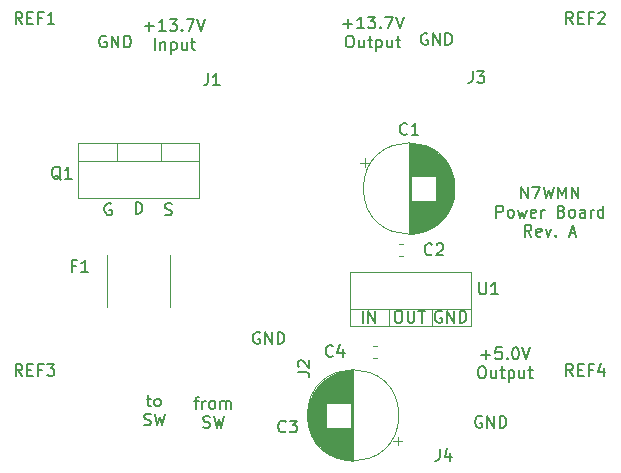
<source format=gbr>
%TF.GenerationSoftware,KiCad,Pcbnew,(6.0.10)*%
%TF.CreationDate,2023-01-14T17:08:10-08:00*%
%TF.ProjectId,power,706f7765-722e-46b6-9963-61645f706362,rev?*%
%TF.SameCoordinates,PX62fdcc0PY7270e00*%
%TF.FileFunction,Legend,Top*%
%TF.FilePolarity,Positive*%
%FSLAX46Y46*%
G04 Gerber Fmt 4.6, Leading zero omitted, Abs format (unit mm)*
G04 Created by KiCad (PCBNEW (6.0.10)) date 2023-01-14 17:08:10*
%MOMM*%
%LPD*%
G01*
G04 APERTURE LIST*
%ADD10C,0.150000*%
%ADD11C,0.120000*%
G04 APERTURE END LIST*
D10*
X32976190Y13047620D02*
X32976190Y14047620D01*
X33452380Y13047620D02*
X33452380Y14047620D01*
X34023809Y13047620D01*
X34023809Y14047620D01*
X35900000Y14047620D02*
X36090476Y14047620D01*
X36185714Y14000000D01*
X36280952Y13904762D01*
X36328571Y13714286D01*
X36328571Y13380953D01*
X36280952Y13190477D01*
X36185714Y13095239D01*
X36090476Y13047620D01*
X35900000Y13047620D01*
X35804761Y13095239D01*
X35709523Y13190477D01*
X35661904Y13380953D01*
X35661904Y13714286D01*
X35709523Y13904762D01*
X35804761Y14000000D01*
X35900000Y14047620D01*
X36757142Y14047620D02*
X36757142Y13238096D01*
X36804761Y13142858D01*
X36852380Y13095239D01*
X36947619Y13047620D01*
X37138095Y13047620D01*
X37233333Y13095239D01*
X37280952Y13142858D01*
X37328571Y13238096D01*
X37328571Y14047620D01*
X37661904Y14047620D02*
X38233333Y14047620D01*
X37947619Y13047620D02*
X37947619Y14047620D01*
X39638095Y14000000D02*
X39542857Y14047620D01*
X39400000Y14047620D01*
X39257142Y14000000D01*
X39161904Y13904762D01*
X39114285Y13809524D01*
X39066666Y13619048D01*
X39066666Y13476191D01*
X39114285Y13285715D01*
X39161904Y13190477D01*
X39257142Y13095239D01*
X39400000Y13047620D01*
X39495238Y13047620D01*
X39638095Y13095239D01*
X39685714Y13142858D01*
X39685714Y13476191D01*
X39495238Y13476191D01*
X40114285Y13047620D02*
X40114285Y14047620D01*
X40685714Y13047620D01*
X40685714Y14047620D01*
X41161904Y13047620D02*
X41161904Y14047620D01*
X41400000Y14047620D01*
X41542857Y14000000D01*
X41638095Y13904762D01*
X41685714Y13809524D01*
X41733333Y13619048D01*
X41733333Y13476191D01*
X41685714Y13285715D01*
X41638095Y13190477D01*
X41542857Y13095239D01*
X41400000Y13047620D01*
X41161904Y13047620D01*
X16214285Y22195239D02*
X16357142Y22147620D01*
X16595238Y22147620D01*
X16690476Y22195239D01*
X16738095Y22242858D01*
X16785714Y22338096D01*
X16785714Y22433334D01*
X16738095Y22528572D01*
X16690476Y22576191D01*
X16595238Y22623810D01*
X16404761Y22671429D01*
X16309523Y22719048D01*
X16261904Y22766667D01*
X16214285Y22861905D01*
X16214285Y22957143D01*
X16261904Y23052381D01*
X16309523Y23100000D01*
X16404761Y23147620D01*
X16642857Y23147620D01*
X16785714Y23100000D01*
X13738095Y22247620D02*
X13738095Y23247620D01*
X13976190Y23247620D01*
X14119047Y23200000D01*
X14214285Y23104762D01*
X14261904Y23009524D01*
X14309523Y22819048D01*
X14309523Y22676191D01*
X14261904Y22485715D01*
X14214285Y22390477D01*
X14119047Y22295239D01*
X13976190Y22247620D01*
X13738095Y22247620D01*
X11661904Y23100000D02*
X11566666Y23147620D01*
X11423809Y23147620D01*
X11280952Y23100000D01*
X11185714Y23004762D01*
X11138095Y22909524D01*
X11090476Y22719048D01*
X11090476Y22576191D01*
X11138095Y22385715D01*
X11185714Y22290477D01*
X11280952Y22195239D01*
X11423809Y22147620D01*
X11519047Y22147620D01*
X11661904Y22195239D01*
X11709523Y22242858D01*
X11709523Y22576191D01*
X11519047Y22576191D01*
X46371428Y23557620D02*
X46371428Y24557620D01*
X46942857Y23557620D01*
X46942857Y24557620D01*
X47323809Y24557620D02*
X47990476Y24557620D01*
X47561904Y23557620D01*
X48276190Y24557620D02*
X48514285Y23557620D01*
X48704761Y24271905D01*
X48895238Y23557620D01*
X49133333Y24557620D01*
X49514285Y23557620D02*
X49514285Y24557620D01*
X49847619Y23843334D01*
X50180952Y24557620D01*
X50180952Y23557620D01*
X50657142Y23557620D02*
X50657142Y24557620D01*
X51228571Y23557620D01*
X51228571Y24557620D01*
X44276190Y21947620D02*
X44276190Y22947620D01*
X44657142Y22947620D01*
X44752380Y22900000D01*
X44800000Y22852381D01*
X44847619Y22757143D01*
X44847619Y22614286D01*
X44800000Y22519048D01*
X44752380Y22471429D01*
X44657142Y22423810D01*
X44276190Y22423810D01*
X45419047Y21947620D02*
X45323809Y21995239D01*
X45276190Y22042858D01*
X45228571Y22138096D01*
X45228571Y22423810D01*
X45276190Y22519048D01*
X45323809Y22566667D01*
X45419047Y22614286D01*
X45561904Y22614286D01*
X45657142Y22566667D01*
X45704761Y22519048D01*
X45752380Y22423810D01*
X45752380Y22138096D01*
X45704761Y22042858D01*
X45657142Y21995239D01*
X45561904Y21947620D01*
X45419047Y21947620D01*
X46085714Y22614286D02*
X46276190Y21947620D01*
X46466666Y22423810D01*
X46657142Y21947620D01*
X46847619Y22614286D01*
X47609523Y21995239D02*
X47514285Y21947620D01*
X47323809Y21947620D01*
X47228571Y21995239D01*
X47180952Y22090477D01*
X47180952Y22471429D01*
X47228571Y22566667D01*
X47323809Y22614286D01*
X47514285Y22614286D01*
X47609523Y22566667D01*
X47657142Y22471429D01*
X47657142Y22376191D01*
X47180952Y22280953D01*
X48085714Y21947620D02*
X48085714Y22614286D01*
X48085714Y22423810D02*
X48133333Y22519048D01*
X48180952Y22566667D01*
X48276190Y22614286D01*
X48371428Y22614286D01*
X49800000Y22471429D02*
X49942857Y22423810D01*
X49990476Y22376191D01*
X50038095Y22280953D01*
X50038095Y22138096D01*
X49990476Y22042858D01*
X49942857Y21995239D01*
X49847619Y21947620D01*
X49466666Y21947620D01*
X49466666Y22947620D01*
X49800000Y22947620D01*
X49895238Y22900000D01*
X49942857Y22852381D01*
X49990476Y22757143D01*
X49990476Y22661905D01*
X49942857Y22566667D01*
X49895238Y22519048D01*
X49800000Y22471429D01*
X49466666Y22471429D01*
X50609523Y21947620D02*
X50514285Y21995239D01*
X50466666Y22042858D01*
X50419047Y22138096D01*
X50419047Y22423810D01*
X50466666Y22519048D01*
X50514285Y22566667D01*
X50609523Y22614286D01*
X50752380Y22614286D01*
X50847619Y22566667D01*
X50895238Y22519048D01*
X50942857Y22423810D01*
X50942857Y22138096D01*
X50895238Y22042858D01*
X50847619Y21995239D01*
X50752380Y21947620D01*
X50609523Y21947620D01*
X51800000Y21947620D02*
X51800000Y22471429D01*
X51752380Y22566667D01*
X51657142Y22614286D01*
X51466666Y22614286D01*
X51371428Y22566667D01*
X51800000Y21995239D02*
X51704761Y21947620D01*
X51466666Y21947620D01*
X51371428Y21995239D01*
X51323809Y22090477D01*
X51323809Y22185715D01*
X51371428Y22280953D01*
X51466666Y22328572D01*
X51704761Y22328572D01*
X51800000Y22376191D01*
X52276190Y21947620D02*
X52276190Y22614286D01*
X52276190Y22423810D02*
X52323809Y22519048D01*
X52371428Y22566667D01*
X52466666Y22614286D01*
X52561904Y22614286D01*
X53323809Y21947620D02*
X53323809Y22947620D01*
X53323809Y21995239D02*
X53228571Y21947620D01*
X53038095Y21947620D01*
X52942857Y21995239D01*
X52895238Y22042858D01*
X52847619Y22138096D01*
X52847619Y22423810D01*
X52895238Y22519048D01*
X52942857Y22566667D01*
X53038095Y22614286D01*
X53228571Y22614286D01*
X53323809Y22566667D01*
X47252380Y20337620D02*
X46919047Y20813810D01*
X46680952Y20337620D02*
X46680952Y21337620D01*
X47061904Y21337620D01*
X47157142Y21290000D01*
X47204761Y21242381D01*
X47252380Y21147143D01*
X47252380Y21004286D01*
X47204761Y20909048D01*
X47157142Y20861429D01*
X47061904Y20813810D01*
X46680952Y20813810D01*
X48061904Y20385239D02*
X47966666Y20337620D01*
X47776190Y20337620D01*
X47680952Y20385239D01*
X47633333Y20480477D01*
X47633333Y20861429D01*
X47680952Y20956667D01*
X47776190Y21004286D01*
X47966666Y21004286D01*
X48061904Y20956667D01*
X48109523Y20861429D01*
X48109523Y20766191D01*
X47633333Y20670953D01*
X48442857Y21004286D02*
X48680952Y20337620D01*
X48919047Y21004286D01*
X49300000Y20432858D02*
X49347619Y20385239D01*
X49300000Y20337620D01*
X49252380Y20385239D01*
X49300000Y20432858D01*
X49300000Y20337620D01*
X50490476Y20623334D02*
X50966666Y20623334D01*
X50395238Y20337620D02*
X50728571Y21337620D01*
X51061904Y20337620D01*
X18680952Y6419286D02*
X19061904Y6419286D01*
X18823809Y5752620D02*
X18823809Y6609762D01*
X18871428Y6705000D01*
X18966666Y6752620D01*
X19061904Y6752620D01*
X19395238Y5752620D02*
X19395238Y6419286D01*
X19395238Y6228810D02*
X19442857Y6324048D01*
X19490476Y6371667D01*
X19585714Y6419286D01*
X19680952Y6419286D01*
X20157142Y5752620D02*
X20061904Y5800239D01*
X20014285Y5847858D01*
X19966666Y5943096D01*
X19966666Y6228810D01*
X20014285Y6324048D01*
X20061904Y6371667D01*
X20157142Y6419286D01*
X20300000Y6419286D01*
X20395238Y6371667D01*
X20442857Y6324048D01*
X20490476Y6228810D01*
X20490476Y5943096D01*
X20442857Y5847858D01*
X20395238Y5800239D01*
X20300000Y5752620D01*
X20157142Y5752620D01*
X20919047Y5752620D02*
X20919047Y6419286D01*
X20919047Y6324048D02*
X20966666Y6371667D01*
X21061904Y6419286D01*
X21204761Y6419286D01*
X21300000Y6371667D01*
X21347619Y6276429D01*
X21347619Y5752620D01*
X21347619Y6276429D02*
X21395238Y6371667D01*
X21490476Y6419286D01*
X21633333Y6419286D01*
X21728571Y6371667D01*
X21776190Y6276429D01*
X21776190Y5752620D01*
X19442857Y4190239D02*
X19585714Y4142620D01*
X19823809Y4142620D01*
X19919047Y4190239D01*
X19966666Y4237858D01*
X20014285Y4333096D01*
X20014285Y4428334D01*
X19966666Y4523572D01*
X19919047Y4571191D01*
X19823809Y4618810D01*
X19633333Y4666429D01*
X19538095Y4714048D01*
X19490476Y4761667D01*
X19442857Y4856905D01*
X19442857Y4952143D01*
X19490476Y5047381D01*
X19538095Y5095000D01*
X19633333Y5142620D01*
X19871428Y5142620D01*
X20014285Y5095000D01*
X20347619Y5142620D02*
X20585714Y4142620D01*
X20776190Y4856905D01*
X20966666Y4142620D01*
X21204761Y5142620D01*
X14657142Y6619286D02*
X15038095Y6619286D01*
X14800000Y6952620D02*
X14800000Y6095477D01*
X14847619Y6000239D01*
X14942857Y5952620D01*
X15038095Y5952620D01*
X15514285Y5952620D02*
X15419047Y6000239D01*
X15371428Y6047858D01*
X15323809Y6143096D01*
X15323809Y6428810D01*
X15371428Y6524048D01*
X15419047Y6571667D01*
X15514285Y6619286D01*
X15657142Y6619286D01*
X15752380Y6571667D01*
X15800000Y6524048D01*
X15847619Y6428810D01*
X15847619Y6143096D01*
X15800000Y6047858D01*
X15752380Y6000239D01*
X15657142Y5952620D01*
X15514285Y5952620D01*
X14442857Y4390239D02*
X14585714Y4342620D01*
X14823809Y4342620D01*
X14919047Y4390239D01*
X14966666Y4437858D01*
X15014285Y4533096D01*
X15014285Y4628334D01*
X14966666Y4723572D01*
X14919047Y4771191D01*
X14823809Y4818810D01*
X14633333Y4866429D01*
X14538095Y4914048D01*
X14490476Y4961667D01*
X14442857Y5056905D01*
X14442857Y5152143D01*
X14490476Y5247381D01*
X14538095Y5295000D01*
X14633333Y5342620D01*
X14871428Y5342620D01*
X15014285Y5295000D01*
X15347619Y5342620D02*
X15585714Y4342620D01*
X15776190Y5056905D01*
X15966666Y4342620D01*
X16204761Y5342620D01*
X24238095Y12200000D02*
X24142857Y12247620D01*
X24000000Y12247620D01*
X23857142Y12200000D01*
X23761904Y12104762D01*
X23714285Y12009524D01*
X23666666Y11819048D01*
X23666666Y11676191D01*
X23714285Y11485715D01*
X23761904Y11390477D01*
X23857142Y11295239D01*
X24000000Y11247620D01*
X24095238Y11247620D01*
X24238095Y11295239D01*
X24285714Y11342858D01*
X24285714Y11676191D01*
X24095238Y11676191D01*
X24714285Y11247620D02*
X24714285Y12247620D01*
X25285714Y11247620D01*
X25285714Y12247620D01*
X25761904Y11247620D02*
X25761904Y12247620D01*
X26000000Y12247620D01*
X26142857Y12200000D01*
X26238095Y12104762D01*
X26285714Y12009524D01*
X26333333Y11819048D01*
X26333333Y11676191D01*
X26285714Y11485715D01*
X26238095Y11390477D01*
X26142857Y11295239D01*
X26000000Y11247620D01*
X25761904Y11247620D01*
X43000000Y10333572D02*
X43761904Y10333572D01*
X43380952Y9952620D02*
X43380952Y10714524D01*
X44714285Y10952620D02*
X44238095Y10952620D01*
X44190476Y10476429D01*
X44238095Y10524048D01*
X44333333Y10571667D01*
X44571428Y10571667D01*
X44666666Y10524048D01*
X44714285Y10476429D01*
X44761904Y10381191D01*
X44761904Y10143096D01*
X44714285Y10047858D01*
X44666666Y10000239D01*
X44571428Y9952620D01*
X44333333Y9952620D01*
X44238095Y10000239D01*
X44190476Y10047858D01*
X45190476Y10047858D02*
X45238095Y10000239D01*
X45190476Y9952620D01*
X45142857Y10000239D01*
X45190476Y10047858D01*
X45190476Y9952620D01*
X45857142Y10952620D02*
X45952380Y10952620D01*
X46047619Y10905000D01*
X46095238Y10857381D01*
X46142857Y10762143D01*
X46190476Y10571667D01*
X46190476Y10333572D01*
X46142857Y10143096D01*
X46095238Y10047858D01*
X46047619Y10000239D01*
X45952380Y9952620D01*
X45857142Y9952620D01*
X45761904Y10000239D01*
X45714285Y10047858D01*
X45666666Y10143096D01*
X45619047Y10333572D01*
X45619047Y10571667D01*
X45666666Y10762143D01*
X45714285Y10857381D01*
X45761904Y10905000D01*
X45857142Y10952620D01*
X46476190Y10952620D02*
X46809523Y9952620D01*
X47142857Y10952620D01*
X42976190Y9342620D02*
X43166666Y9342620D01*
X43261904Y9295000D01*
X43357142Y9199762D01*
X43404761Y9009286D01*
X43404761Y8675953D01*
X43357142Y8485477D01*
X43261904Y8390239D01*
X43166666Y8342620D01*
X42976190Y8342620D01*
X42880952Y8390239D01*
X42785714Y8485477D01*
X42738095Y8675953D01*
X42738095Y9009286D01*
X42785714Y9199762D01*
X42880952Y9295000D01*
X42976190Y9342620D01*
X44261904Y9009286D02*
X44261904Y8342620D01*
X43833333Y9009286D02*
X43833333Y8485477D01*
X43880952Y8390239D01*
X43976190Y8342620D01*
X44119047Y8342620D01*
X44214285Y8390239D01*
X44261904Y8437858D01*
X44595238Y9009286D02*
X44976190Y9009286D01*
X44738095Y9342620D02*
X44738095Y8485477D01*
X44785714Y8390239D01*
X44880952Y8342620D01*
X44976190Y8342620D01*
X45309523Y9009286D02*
X45309523Y8009286D01*
X45309523Y8961667D02*
X45404761Y9009286D01*
X45595238Y9009286D01*
X45690476Y8961667D01*
X45738095Y8914048D01*
X45785714Y8818810D01*
X45785714Y8533096D01*
X45738095Y8437858D01*
X45690476Y8390239D01*
X45595238Y8342620D01*
X45404761Y8342620D01*
X45309523Y8390239D01*
X46642857Y9009286D02*
X46642857Y8342620D01*
X46214285Y9009286D02*
X46214285Y8485477D01*
X46261904Y8390239D01*
X46357142Y8342620D01*
X46500000Y8342620D01*
X46595238Y8390239D01*
X46642857Y8437858D01*
X46976190Y9009286D02*
X47357142Y9009286D01*
X47119047Y9342620D02*
X47119047Y8485477D01*
X47166666Y8390239D01*
X47261904Y8342620D01*
X47357142Y8342620D01*
X43038095Y5100000D02*
X42942857Y5147620D01*
X42800000Y5147620D01*
X42657142Y5100000D01*
X42561904Y5004762D01*
X42514285Y4909524D01*
X42466666Y4719048D01*
X42466666Y4576191D01*
X42514285Y4385715D01*
X42561904Y4290477D01*
X42657142Y4195239D01*
X42800000Y4147620D01*
X42895238Y4147620D01*
X43038095Y4195239D01*
X43085714Y4242858D01*
X43085714Y4576191D01*
X42895238Y4576191D01*
X43514285Y4147620D02*
X43514285Y5147620D01*
X44085714Y4147620D01*
X44085714Y5147620D01*
X44561904Y4147620D02*
X44561904Y5147620D01*
X44800000Y5147620D01*
X44942857Y5100000D01*
X45038095Y5004762D01*
X45085714Y4909524D01*
X45133333Y4719048D01*
X45133333Y4576191D01*
X45085714Y4385715D01*
X45038095Y4290477D01*
X44942857Y4195239D01*
X44800000Y4147620D01*
X44561904Y4147620D01*
X31323809Y38333572D02*
X32085714Y38333572D01*
X31704761Y37952620D02*
X31704761Y38714524D01*
X33085714Y37952620D02*
X32514285Y37952620D01*
X32800000Y37952620D02*
X32800000Y38952620D01*
X32704761Y38809762D01*
X32609523Y38714524D01*
X32514285Y38666905D01*
X33419047Y38952620D02*
X34038095Y38952620D01*
X33704761Y38571667D01*
X33847619Y38571667D01*
X33942857Y38524048D01*
X33990476Y38476429D01*
X34038095Y38381191D01*
X34038095Y38143096D01*
X33990476Y38047858D01*
X33942857Y38000239D01*
X33847619Y37952620D01*
X33561904Y37952620D01*
X33466666Y38000239D01*
X33419047Y38047858D01*
X34466666Y38047858D02*
X34514285Y38000239D01*
X34466666Y37952620D01*
X34419047Y38000239D01*
X34466666Y38047858D01*
X34466666Y37952620D01*
X34847619Y38952620D02*
X35514285Y38952620D01*
X35085714Y37952620D01*
X35752380Y38952620D02*
X36085714Y37952620D01*
X36419047Y38952620D01*
X31776190Y37342620D02*
X31966666Y37342620D01*
X32061904Y37295000D01*
X32157142Y37199762D01*
X32204761Y37009286D01*
X32204761Y36675953D01*
X32157142Y36485477D01*
X32061904Y36390239D01*
X31966666Y36342620D01*
X31776190Y36342620D01*
X31680952Y36390239D01*
X31585714Y36485477D01*
X31538095Y36675953D01*
X31538095Y37009286D01*
X31585714Y37199762D01*
X31680952Y37295000D01*
X31776190Y37342620D01*
X33061904Y37009286D02*
X33061904Y36342620D01*
X32633333Y37009286D02*
X32633333Y36485477D01*
X32680952Y36390239D01*
X32776190Y36342620D01*
X32919047Y36342620D01*
X33014285Y36390239D01*
X33061904Y36437858D01*
X33395238Y37009286D02*
X33776190Y37009286D01*
X33538095Y37342620D02*
X33538095Y36485477D01*
X33585714Y36390239D01*
X33680952Y36342620D01*
X33776190Y36342620D01*
X34109523Y37009286D02*
X34109523Y36009286D01*
X34109523Y36961667D02*
X34204761Y37009286D01*
X34395238Y37009286D01*
X34490476Y36961667D01*
X34538095Y36914048D01*
X34585714Y36818810D01*
X34585714Y36533096D01*
X34538095Y36437858D01*
X34490476Y36390239D01*
X34395238Y36342620D01*
X34204761Y36342620D01*
X34109523Y36390239D01*
X35442857Y37009286D02*
X35442857Y36342620D01*
X35014285Y37009286D02*
X35014285Y36485477D01*
X35061904Y36390239D01*
X35157142Y36342620D01*
X35300000Y36342620D01*
X35395238Y36390239D01*
X35442857Y36437858D01*
X35776190Y37009286D02*
X36157142Y37009286D01*
X35919047Y37342620D02*
X35919047Y36485477D01*
X35966666Y36390239D01*
X36061904Y36342620D01*
X36157142Y36342620D01*
X38438095Y37500000D02*
X38342857Y37547620D01*
X38200000Y37547620D01*
X38057142Y37500000D01*
X37961904Y37404762D01*
X37914285Y37309524D01*
X37866666Y37119048D01*
X37866666Y36976191D01*
X37914285Y36785715D01*
X37961904Y36690477D01*
X38057142Y36595239D01*
X38200000Y36547620D01*
X38295238Y36547620D01*
X38438095Y36595239D01*
X38485714Y36642858D01*
X38485714Y36976191D01*
X38295238Y36976191D01*
X38914285Y36547620D02*
X38914285Y37547620D01*
X39485714Y36547620D01*
X39485714Y37547620D01*
X39961904Y36547620D02*
X39961904Y37547620D01*
X40200000Y37547620D01*
X40342857Y37500000D01*
X40438095Y37404762D01*
X40485714Y37309524D01*
X40533333Y37119048D01*
X40533333Y36976191D01*
X40485714Y36785715D01*
X40438095Y36690477D01*
X40342857Y36595239D01*
X40200000Y36547620D01*
X39961904Y36547620D01*
X11238095Y37300000D02*
X11142857Y37347620D01*
X11000000Y37347620D01*
X10857142Y37300000D01*
X10761904Y37204762D01*
X10714285Y37109524D01*
X10666666Y36919048D01*
X10666666Y36776191D01*
X10714285Y36585715D01*
X10761904Y36490477D01*
X10857142Y36395239D01*
X11000000Y36347620D01*
X11095238Y36347620D01*
X11238095Y36395239D01*
X11285714Y36442858D01*
X11285714Y36776191D01*
X11095238Y36776191D01*
X11714285Y36347620D02*
X11714285Y37347620D01*
X12285714Y36347620D01*
X12285714Y37347620D01*
X12761904Y36347620D02*
X12761904Y37347620D01*
X13000000Y37347620D01*
X13142857Y37300000D01*
X13238095Y37204762D01*
X13285714Y37109524D01*
X13333333Y36919048D01*
X13333333Y36776191D01*
X13285714Y36585715D01*
X13238095Y36490477D01*
X13142857Y36395239D01*
X13000000Y36347620D01*
X12761904Y36347620D01*
X14523809Y38133572D02*
X15285714Y38133572D01*
X14904761Y37752620D02*
X14904761Y38514524D01*
X16285714Y37752620D02*
X15714285Y37752620D01*
X16000000Y37752620D02*
X16000000Y38752620D01*
X15904761Y38609762D01*
X15809523Y38514524D01*
X15714285Y38466905D01*
X16619047Y38752620D02*
X17238095Y38752620D01*
X16904761Y38371667D01*
X17047619Y38371667D01*
X17142857Y38324048D01*
X17190476Y38276429D01*
X17238095Y38181191D01*
X17238095Y37943096D01*
X17190476Y37847858D01*
X17142857Y37800239D01*
X17047619Y37752620D01*
X16761904Y37752620D01*
X16666666Y37800239D01*
X16619047Y37847858D01*
X17666666Y37847858D02*
X17714285Y37800239D01*
X17666666Y37752620D01*
X17619047Y37800239D01*
X17666666Y37847858D01*
X17666666Y37752620D01*
X18047619Y38752620D02*
X18714285Y38752620D01*
X18285714Y37752620D01*
X18952380Y38752620D02*
X19285714Y37752620D01*
X19619047Y38752620D01*
X15357142Y36142620D02*
X15357142Y37142620D01*
X15833333Y36809286D02*
X15833333Y36142620D01*
X15833333Y36714048D02*
X15880952Y36761667D01*
X15976190Y36809286D01*
X16119047Y36809286D01*
X16214285Y36761667D01*
X16261904Y36666429D01*
X16261904Y36142620D01*
X16738095Y36809286D02*
X16738095Y35809286D01*
X16738095Y36761667D02*
X16833333Y36809286D01*
X17023809Y36809286D01*
X17119047Y36761667D01*
X17166666Y36714048D01*
X17214285Y36618810D01*
X17214285Y36333096D01*
X17166666Y36237858D01*
X17119047Y36190239D01*
X17023809Y36142620D01*
X16833333Y36142620D01*
X16738095Y36190239D01*
X18071428Y36809286D02*
X18071428Y36142620D01*
X17642857Y36809286D02*
X17642857Y36285477D01*
X17690476Y36190239D01*
X17785714Y36142620D01*
X17928571Y36142620D01*
X18023809Y36190239D01*
X18071428Y36237858D01*
X18404761Y36809286D02*
X18785714Y36809286D01*
X18547619Y37142620D02*
X18547619Y36285477D01*
X18595238Y36190239D01*
X18690476Y36142620D01*
X18785714Y36142620D01*
%TO.C,REF2*%
X50752380Y38347620D02*
X50419047Y38823810D01*
X50180952Y38347620D02*
X50180952Y39347620D01*
X50561904Y39347620D01*
X50657142Y39300000D01*
X50704761Y39252381D01*
X50752380Y39157143D01*
X50752380Y39014286D01*
X50704761Y38919048D01*
X50657142Y38871429D01*
X50561904Y38823810D01*
X50180952Y38823810D01*
X51180952Y38871429D02*
X51514285Y38871429D01*
X51657142Y38347620D02*
X51180952Y38347620D01*
X51180952Y39347620D01*
X51657142Y39347620D01*
X52419047Y38871429D02*
X52085714Y38871429D01*
X52085714Y38347620D02*
X52085714Y39347620D01*
X52561904Y39347620D01*
X52895238Y39252381D02*
X52942857Y39300000D01*
X53038095Y39347620D01*
X53276190Y39347620D01*
X53371428Y39300000D01*
X53419047Y39252381D01*
X53466666Y39157143D01*
X53466666Y39061905D01*
X53419047Y38919048D01*
X52847619Y38347620D01*
X53466666Y38347620D01*
%TO.C,REF4*%
X50752380Y8547620D02*
X50419047Y9023810D01*
X50180952Y8547620D02*
X50180952Y9547620D01*
X50561904Y9547620D01*
X50657142Y9500000D01*
X50704761Y9452381D01*
X50752380Y9357143D01*
X50752380Y9214286D01*
X50704761Y9119048D01*
X50657142Y9071429D01*
X50561904Y9023810D01*
X50180952Y9023810D01*
X51180952Y9071429D02*
X51514285Y9071429D01*
X51657142Y8547620D02*
X51180952Y8547620D01*
X51180952Y9547620D01*
X51657142Y9547620D01*
X52419047Y9071429D02*
X52085714Y9071429D01*
X52085714Y8547620D02*
X52085714Y9547620D01*
X52561904Y9547620D01*
X53371428Y9214286D02*
X53371428Y8547620D01*
X53133333Y9595239D02*
X52895238Y8880953D01*
X53514285Y8880953D01*
%TO.C,REF3*%
X4152380Y8547620D02*
X3819047Y9023810D01*
X3580952Y8547620D02*
X3580952Y9547620D01*
X3961904Y9547620D01*
X4057142Y9500000D01*
X4104761Y9452381D01*
X4152380Y9357143D01*
X4152380Y9214286D01*
X4104761Y9119048D01*
X4057142Y9071429D01*
X3961904Y9023810D01*
X3580952Y9023810D01*
X4580952Y9071429D02*
X4914285Y9071429D01*
X5057142Y8547620D02*
X4580952Y8547620D01*
X4580952Y9547620D01*
X5057142Y9547620D01*
X5819047Y9071429D02*
X5485714Y9071429D01*
X5485714Y8547620D02*
X5485714Y9547620D01*
X5961904Y9547620D01*
X6247619Y9547620D02*
X6866666Y9547620D01*
X6533333Y9166667D01*
X6676190Y9166667D01*
X6771428Y9119048D01*
X6819047Y9071429D01*
X6866666Y8976191D01*
X6866666Y8738096D01*
X6819047Y8642858D01*
X6771428Y8595239D01*
X6676190Y8547620D01*
X6390476Y8547620D01*
X6295238Y8595239D01*
X6247619Y8642858D01*
%TO.C,REF1*%
X4152380Y38347620D02*
X3819047Y38823810D01*
X3580952Y38347620D02*
X3580952Y39347620D01*
X3961904Y39347620D01*
X4057142Y39300000D01*
X4104761Y39252381D01*
X4152380Y39157143D01*
X4152380Y39014286D01*
X4104761Y38919048D01*
X4057142Y38871429D01*
X3961904Y38823810D01*
X3580952Y38823810D01*
X4580952Y38871429D02*
X4914285Y38871429D01*
X5057142Y38347620D02*
X4580952Y38347620D01*
X4580952Y39347620D01*
X5057142Y39347620D01*
X5819047Y38871429D02*
X5485714Y38871429D01*
X5485714Y38347620D02*
X5485714Y39347620D01*
X5961904Y39347620D01*
X6866666Y38347620D02*
X6295238Y38347620D01*
X6580952Y38347620D02*
X6580952Y39347620D01*
X6485714Y39204762D01*
X6390476Y39109524D01*
X6295238Y39061905D01*
%TO.C,J4*%
X39466666Y2347620D02*
X39466666Y1633334D01*
X39419047Y1490477D01*
X39323809Y1395239D01*
X39180952Y1347620D01*
X39085714Y1347620D01*
X40371428Y2014286D02*
X40371428Y1347620D01*
X40133333Y2395239D02*
X39895238Y1680953D01*
X40514285Y1680953D01*
%TO.C,J3*%
X42266666Y34347620D02*
X42266666Y33633334D01*
X42219047Y33490477D01*
X42123809Y33395239D01*
X41980952Y33347620D01*
X41885714Y33347620D01*
X42647619Y34347620D02*
X43266666Y34347620D01*
X42933333Y33966667D01*
X43076190Y33966667D01*
X43171428Y33919048D01*
X43219047Y33871429D01*
X43266666Y33776191D01*
X43266666Y33538096D01*
X43219047Y33442858D01*
X43171428Y33395239D01*
X43076190Y33347620D01*
X42790476Y33347620D01*
X42695238Y33395239D01*
X42647619Y33442858D01*
%TO.C,J2*%
X27452380Y8866667D02*
X28166666Y8866667D01*
X28309523Y8819048D01*
X28404761Y8723810D01*
X28452380Y8580953D01*
X28452380Y8485715D01*
X27547619Y9295239D02*
X27500000Y9342858D01*
X27452380Y9438096D01*
X27452380Y9676191D01*
X27500000Y9771429D01*
X27547619Y9819048D01*
X27642857Y9866667D01*
X27738095Y9866667D01*
X27880952Y9819048D01*
X28452380Y9247620D01*
X28452380Y9866667D01*
%TO.C,J1*%
X19866666Y34147620D02*
X19866666Y33433334D01*
X19819047Y33290477D01*
X19723809Y33195239D01*
X19580952Y33147620D01*
X19485714Y33147620D01*
X20866666Y33147620D02*
X20295238Y33147620D01*
X20580952Y33147620D02*
X20580952Y34147620D01*
X20485714Y34004762D01*
X20390476Y33909524D01*
X20295238Y33861905D01*
%TO.C,C4*%
X30433333Y10242858D02*
X30385714Y10195239D01*
X30242857Y10147620D01*
X30147619Y10147620D01*
X30004761Y10195239D01*
X29909523Y10290477D01*
X29861904Y10385715D01*
X29814285Y10576191D01*
X29814285Y10719048D01*
X29861904Y10909524D01*
X29909523Y11004762D01*
X30004761Y11100000D01*
X30147619Y11147620D01*
X30242857Y11147620D01*
X30385714Y11100000D01*
X30433333Y11052381D01*
X31290476Y10814286D02*
X31290476Y10147620D01*
X31052380Y11195239D02*
X30814285Y10480953D01*
X31433333Y10480953D01*
%TO.C,C3*%
X26433333Y3842858D02*
X26385714Y3795239D01*
X26242857Y3747620D01*
X26147619Y3747620D01*
X26004761Y3795239D01*
X25909523Y3890477D01*
X25861904Y3985715D01*
X25814285Y4176191D01*
X25814285Y4319048D01*
X25861904Y4509524D01*
X25909523Y4604762D01*
X26004761Y4700000D01*
X26147619Y4747620D01*
X26242857Y4747620D01*
X26385714Y4700000D01*
X26433333Y4652381D01*
X26766666Y4747620D02*
X27385714Y4747620D01*
X27052380Y4366667D01*
X27195238Y4366667D01*
X27290476Y4319048D01*
X27338095Y4271429D01*
X27385714Y4176191D01*
X27385714Y3938096D01*
X27338095Y3842858D01*
X27290476Y3795239D01*
X27195238Y3747620D01*
X26909523Y3747620D01*
X26814285Y3795239D01*
X26766666Y3842858D01*
%TO.C,Q1*%
X7404761Y25152381D02*
X7309523Y25200000D01*
X7214285Y25295239D01*
X7071428Y25438096D01*
X6976190Y25485715D01*
X6880952Y25485715D01*
X6928571Y25247620D02*
X6833333Y25295239D01*
X6738095Y25390477D01*
X6690476Y25580953D01*
X6690476Y25914286D01*
X6738095Y26104762D01*
X6833333Y26200000D01*
X6928571Y26247620D01*
X7119047Y26247620D01*
X7214285Y26200000D01*
X7309523Y26104762D01*
X7357142Y25914286D01*
X7357142Y25580953D01*
X7309523Y25390477D01*
X7214285Y25295239D01*
X7119047Y25247620D01*
X6928571Y25247620D01*
X8309523Y25247620D02*
X7738095Y25247620D01*
X8023809Y25247620D02*
X8023809Y26247620D01*
X7928571Y26104762D01*
X7833333Y26009524D01*
X7738095Y25961905D01*
%TO.C,U1*%
X42838095Y16447620D02*
X42838095Y15638096D01*
X42885714Y15542858D01*
X42933333Y15495239D01*
X43028571Y15447620D01*
X43219047Y15447620D01*
X43314285Y15495239D01*
X43361904Y15542858D01*
X43409523Y15638096D01*
X43409523Y16447620D01*
X44409523Y15447620D02*
X43838095Y15447620D01*
X44123809Y15447620D02*
X44123809Y16447620D01*
X44028571Y16304762D01*
X43933333Y16209524D01*
X43838095Y16161905D01*
%TO.C,C1*%
X36721939Y29042858D02*
X36674320Y28995239D01*
X36531463Y28947620D01*
X36436225Y28947620D01*
X36293367Y28995239D01*
X36198129Y29090477D01*
X36150510Y29185715D01*
X36102891Y29376191D01*
X36102891Y29519048D01*
X36150510Y29709524D01*
X36198129Y29804762D01*
X36293367Y29900000D01*
X36436225Y29947620D01*
X36531463Y29947620D01*
X36674320Y29900000D01*
X36721939Y29852381D01*
X37674320Y28947620D02*
X37102891Y28947620D01*
X37388606Y28947620D02*
X37388606Y29947620D01*
X37293367Y29804762D01*
X37198129Y29709524D01*
X37102891Y29661905D01*
%TO.C,C2*%
X38833333Y18842858D02*
X38785714Y18795239D01*
X38642857Y18747620D01*
X38547619Y18747620D01*
X38404761Y18795239D01*
X38309523Y18890477D01*
X38261904Y18985715D01*
X38214285Y19176191D01*
X38214285Y19319048D01*
X38261904Y19509524D01*
X38309523Y19604762D01*
X38404761Y19700000D01*
X38547619Y19747620D01*
X38642857Y19747620D01*
X38785714Y19700000D01*
X38833333Y19652381D01*
X39214285Y19652381D02*
X39261904Y19700000D01*
X39357142Y19747620D01*
X39595238Y19747620D01*
X39690476Y19700000D01*
X39738095Y19652381D01*
X39785714Y19557143D01*
X39785714Y19461905D01*
X39738095Y19319048D01*
X39166666Y18747620D01*
X39785714Y18747620D01*
%TO.C,F1*%
X8666666Y17871429D02*
X8333333Y17871429D01*
X8333333Y17347620D02*
X8333333Y18347620D01*
X8809523Y18347620D01*
X9714285Y17347620D02*
X9142857Y17347620D01*
X9428571Y17347620D02*
X9428571Y18347620D01*
X9333333Y18204762D01*
X9238095Y18109524D01*
X9142857Y18061905D01*
D11*
%TO.C,C4*%
X34146267Y11110000D02*
X33853733Y11110000D01*
X34146267Y10090000D02*
X33853733Y10090000D01*
%TO.C,C3*%
X36020000Y5200000D02*
G75*
G03*
X36020000Y5200000I-3870000J0D01*
G01*
X31309000Y1462000D02*
X31309000Y4160000D01*
X31029000Y1535000D02*
X31029000Y4160000D01*
X30549000Y6240000D02*
X30549000Y8684000D01*
X30509000Y6240000D02*
X30509000Y8666000D01*
X30509000Y1734000D02*
X30509000Y4160000D01*
X29589000Y2337000D02*
X29589000Y8063000D01*
X31990000Y1373000D02*
X31990000Y9027000D01*
X28629000Y3631000D02*
X28629000Y6769000D01*
X31269000Y1471000D02*
X31269000Y4160000D01*
X30589000Y6240000D02*
X30589000Y8702000D01*
X31470000Y6240000D02*
X31470000Y8970000D01*
X30349000Y6240000D02*
X30349000Y8586000D01*
X31590000Y6240000D02*
X31590000Y8990000D01*
X30829000Y1602000D02*
X30829000Y4160000D01*
X30269000Y1857000D02*
X30269000Y4160000D01*
X30949000Y1560000D02*
X30949000Y4160000D01*
X29549000Y2373000D02*
X29549000Y8027000D01*
X30309000Y1835000D02*
X30309000Y4160000D01*
X28389000Y4323000D02*
X28389000Y6077000D01*
X31229000Y6240000D02*
X31229000Y8920000D01*
X30189000Y6240000D02*
X30189000Y8497000D01*
X31309000Y6240000D02*
X31309000Y8938000D01*
X31470000Y1430000D02*
X31470000Y4160000D01*
X31670000Y6240000D02*
X31670000Y9001000D01*
X30949000Y6240000D02*
X30949000Y8840000D01*
X28749000Y3391000D02*
X28749000Y7009000D01*
X35917211Y2650000D02*
X35917211Y3400000D01*
X31510000Y1423000D02*
X31510000Y4160000D01*
X29349000Y2568000D02*
X29349000Y7832000D01*
X29869000Y2112000D02*
X29869000Y4160000D01*
X30669000Y6240000D02*
X30669000Y8736000D01*
X30749000Y6240000D02*
X30749000Y8768000D01*
X31910000Y6240000D02*
X31910000Y9023000D01*
X31189000Y6240000D02*
X31189000Y8910000D01*
X31590000Y1410000D02*
X31590000Y4160000D01*
X30629000Y1680000D02*
X30629000Y4160000D01*
X28789000Y3319000D02*
X28789000Y7081000D01*
X31510000Y6240000D02*
X31510000Y8977000D01*
X30349000Y1814000D02*
X30349000Y4160000D01*
X29989000Y6240000D02*
X29989000Y8372000D01*
X28989000Y3005000D02*
X28989000Y7395000D01*
X30149000Y1926000D02*
X30149000Y4160000D01*
X30909000Y6240000D02*
X30909000Y8826000D01*
X30389000Y1793000D02*
X30389000Y4160000D01*
X31069000Y6240000D02*
X31069000Y8877000D01*
X30789000Y1616000D02*
X30789000Y4160000D01*
X30469000Y1753000D02*
X30469000Y4160000D01*
X31870000Y6240000D02*
X31870000Y9020000D01*
X29469000Y2448000D02*
X29469000Y7952000D01*
X29309000Y2611000D02*
X29309000Y7789000D01*
X31790000Y6240000D02*
X31790000Y9014000D01*
X29949000Y6240000D02*
X29949000Y8344000D01*
X31349000Y6240000D02*
X31349000Y8947000D01*
X31269000Y6240000D02*
X31269000Y8929000D01*
X31429000Y1437000D02*
X31429000Y4160000D01*
X28829000Y3251000D02*
X28829000Y7149000D01*
X31109000Y6240000D02*
X31109000Y8888000D01*
X31670000Y1399000D02*
X31670000Y4160000D01*
X30309000Y6240000D02*
X30309000Y8565000D01*
X28669000Y3546000D02*
X28669000Y6854000D01*
X28949000Y3063000D02*
X28949000Y7337000D01*
X30389000Y6240000D02*
X30389000Y8607000D01*
X30709000Y6240000D02*
X30709000Y8753000D01*
X29149000Y2795000D02*
X29149000Y7605000D01*
X30149000Y6240000D02*
X30149000Y8474000D01*
X29909000Y2084000D02*
X29909000Y4160000D01*
X31189000Y1490000D02*
X31189000Y4160000D01*
X29269000Y2654000D02*
X29269000Y7746000D01*
X30429000Y6240000D02*
X30429000Y8627000D01*
X31950000Y1375000D02*
X31950000Y9025000D01*
X31830000Y6240000D02*
X31830000Y9017000D01*
X31710000Y1395000D02*
X31710000Y4160000D01*
X30029000Y6240000D02*
X30029000Y8398000D01*
X29669000Y2269000D02*
X29669000Y8131000D01*
X28709000Y3467000D02*
X28709000Y6933000D01*
X30909000Y1574000D02*
X30909000Y4160000D01*
X30829000Y6240000D02*
X30829000Y8798000D01*
X30229000Y1879000D02*
X30229000Y4160000D01*
X28469000Y4042000D02*
X28469000Y6358000D01*
X30029000Y2002000D02*
X30029000Y4160000D01*
X29989000Y2028000D02*
X29989000Y4160000D01*
X29029000Y2950000D02*
X29029000Y7450000D01*
X29109000Y2845000D02*
X29109000Y7555000D01*
X29909000Y6240000D02*
X29909000Y8316000D01*
X31229000Y1480000D02*
X31229000Y4160000D01*
X29709000Y2236000D02*
X29709000Y8164000D01*
X31069000Y1523000D02*
X31069000Y4160000D01*
X29789000Y2172000D02*
X29789000Y8228000D01*
X29869000Y6240000D02*
X29869000Y8288000D01*
X31550000Y1416000D02*
X31550000Y4160000D01*
X30429000Y1773000D02*
X30429000Y4160000D01*
X30789000Y6240000D02*
X30789000Y8784000D01*
X30069000Y6240000D02*
X30069000Y8424000D01*
X32030000Y1371000D02*
X32030000Y9029000D01*
X30989000Y1547000D02*
X30989000Y4160000D01*
X30749000Y1632000D02*
X30749000Y4160000D01*
X28429000Y4172000D02*
X28429000Y6228000D01*
X30549000Y1716000D02*
X30549000Y4160000D01*
X30069000Y1976000D02*
X30069000Y4160000D01*
X30109000Y6240000D02*
X30109000Y8449000D01*
X30189000Y1903000D02*
X30189000Y4160000D01*
X28589000Y3722000D02*
X28589000Y6678000D01*
X30109000Y1951000D02*
X30109000Y4160000D01*
X31109000Y1512000D02*
X31109000Y4160000D01*
X30869000Y1587000D02*
X30869000Y4160000D01*
X31029000Y6240000D02*
X31029000Y8865000D01*
X31830000Y1383000D02*
X31830000Y4160000D01*
X31550000Y6240000D02*
X31550000Y8984000D01*
X31790000Y1386000D02*
X31790000Y4160000D01*
X30589000Y1698000D02*
X30589000Y4160000D01*
X30269000Y6240000D02*
X30269000Y8543000D01*
X31630000Y6240000D02*
X31630000Y8995000D01*
X29949000Y2056000D02*
X29949000Y4160000D01*
X31710000Y6240000D02*
X31710000Y9005000D01*
X28349000Y4507000D02*
X28349000Y5893000D01*
X29509000Y2410000D02*
X29509000Y7990000D01*
X28869000Y3186000D02*
X28869000Y7214000D01*
X31429000Y6240000D02*
X31429000Y8963000D01*
X30989000Y6240000D02*
X30989000Y8853000D01*
X32150000Y1370000D02*
X32150000Y9030000D01*
X31389000Y1445000D02*
X31389000Y4160000D01*
X31349000Y1453000D02*
X31349000Y4160000D01*
X28509000Y3925000D02*
X28509000Y6475000D01*
X31910000Y1377000D02*
X31910000Y4160000D01*
X29389000Y2527000D02*
X29389000Y7873000D01*
X29829000Y2142000D02*
X29829000Y8258000D01*
X29229000Y2700000D02*
X29229000Y7700000D01*
X30669000Y1664000D02*
X30669000Y4160000D01*
X36292211Y3025000D02*
X35542211Y3025000D01*
X31870000Y1380000D02*
X31870000Y4160000D01*
X31750000Y1390000D02*
X31750000Y4160000D01*
X29189000Y2746000D02*
X29189000Y7654000D01*
X30629000Y6240000D02*
X30629000Y8720000D01*
X28309000Y4759000D02*
X28309000Y5641000D01*
X32110000Y1370000D02*
X32110000Y9030000D01*
X30229000Y6240000D02*
X30229000Y8521000D01*
X30709000Y1647000D02*
X30709000Y4160000D01*
X29629000Y2302000D02*
X29629000Y8098000D01*
X31149000Y6240000D02*
X31149000Y8899000D01*
X29429000Y2487000D02*
X29429000Y7913000D01*
X31630000Y1405000D02*
X31630000Y4160000D01*
X28549000Y3819000D02*
X28549000Y6581000D01*
X29069000Y2896000D02*
X29069000Y7504000D01*
X30469000Y6240000D02*
X30469000Y8647000D01*
X32070000Y1370000D02*
X32070000Y9030000D01*
X31149000Y1501000D02*
X31149000Y4160000D01*
X29749000Y2204000D02*
X29749000Y8196000D01*
X31750000Y6240000D02*
X31750000Y9010000D01*
X31389000Y6240000D02*
X31389000Y8955000D01*
X30869000Y6240000D02*
X30869000Y8813000D01*
X28909000Y3123000D02*
X28909000Y7277000D01*
%TO.C,Q1*%
X15851000Y28270000D02*
X15851000Y26760000D01*
X8880000Y28270000D02*
X8880000Y23629000D01*
X19120000Y28270000D02*
X19120000Y23629000D01*
X8880000Y28270000D02*
X19120000Y28270000D01*
X8880000Y26760000D02*
X19120000Y26760000D01*
X8880000Y23629000D02*
X19120000Y23629000D01*
X12150000Y28270000D02*
X12150000Y26760000D01*
%TO.C,U1*%
X38850000Y12730000D02*
X38850000Y14240000D01*
X42120000Y12730000D02*
X42120000Y17371000D01*
X42120000Y17371000D02*
X31880000Y17371000D01*
X35149000Y12730000D02*
X35149000Y14240000D01*
X42120000Y14240000D02*
X31880000Y14240000D01*
X42120000Y12730000D02*
X31880000Y12730000D01*
X31880000Y12730000D02*
X31880000Y17371000D01*
%TO.C,C1*%
X40758606Y24400000D02*
G75*
G03*
X40758606Y24400000I-3870000J0D01*
G01*
X38969606Y27624000D02*
X38969606Y25440000D01*
X40449606Y25878000D02*
X40449606Y22922000D01*
X37689606Y23360000D02*
X37689606Y20653000D01*
X38289606Y23360000D02*
X38289606Y20832000D01*
X38049606Y28053000D02*
X38049606Y25440000D01*
X37408606Y23360000D02*
X37408606Y20605000D01*
X40249606Y26281000D02*
X40249606Y22519000D01*
X37448606Y28190000D02*
X37448606Y25440000D01*
X40609606Y25428000D02*
X40609606Y23372000D01*
X38329606Y27953000D02*
X38329606Y25440000D01*
X37288606Y28210000D02*
X37288606Y25440000D01*
X38729606Y27765000D02*
X38729606Y25440000D01*
X37528606Y28177000D02*
X37528606Y25440000D01*
X38089606Y28040000D02*
X38089606Y25440000D01*
X40569606Y25558000D02*
X40569606Y23242000D01*
X39169606Y23360000D02*
X39169606Y21312000D01*
X40089606Y26537000D02*
X40089606Y22263000D01*
X37168606Y28220000D02*
X37168606Y25440000D01*
X38769606Y23360000D02*
X38769606Y21057000D01*
X38329606Y23360000D02*
X38329606Y20847000D01*
X40009606Y26650000D02*
X40009606Y22150000D01*
X39289606Y27396000D02*
X39289606Y21404000D01*
X38929606Y23360000D02*
X38929606Y21151000D01*
X37128606Y28223000D02*
X37128606Y25440000D01*
X37008606Y28229000D02*
X37008606Y20571000D01*
X40209606Y26349000D02*
X40209606Y22451000D01*
X39849606Y26854000D02*
X39849606Y21946000D01*
X32746395Y26575000D02*
X33496395Y26575000D01*
X38689606Y23360000D02*
X38689606Y21014000D01*
X37328606Y23360000D02*
X37328606Y20595000D01*
X40289606Y26209000D02*
X40289606Y22591000D01*
X37248606Y23360000D02*
X37248606Y20586000D01*
X39169606Y27488000D02*
X39169606Y25440000D01*
X37488606Y23360000D02*
X37488606Y20616000D01*
X39129606Y27516000D02*
X39129606Y25440000D01*
X37368606Y28201000D02*
X37368606Y25440000D01*
X36888606Y28230000D02*
X36888606Y20570000D01*
X37929606Y23360000D02*
X37929606Y20712000D01*
X38409606Y23360000D02*
X38409606Y20880000D01*
X37969606Y23360000D02*
X37969606Y20723000D01*
X40049606Y26595000D02*
X40049606Y22205000D01*
X38009606Y23360000D02*
X38009606Y20735000D01*
X38929606Y27649000D02*
X38929606Y25440000D01*
X39569606Y27152000D02*
X39569606Y21648000D01*
X37528606Y23360000D02*
X37528606Y20623000D01*
X38849606Y23360000D02*
X38849606Y21103000D01*
X40649606Y25277000D02*
X40649606Y23523000D01*
X40329606Y26133000D02*
X40329606Y22667000D01*
X37048606Y28227000D02*
X37048606Y20573000D01*
X38809606Y27721000D02*
X38809606Y25440000D01*
X39009606Y27598000D02*
X39009606Y25440000D01*
X39929606Y26755000D02*
X39929606Y22045000D01*
X40169606Y26414000D02*
X40169606Y22386000D01*
X38569606Y27847000D02*
X38569606Y25440000D01*
X38009606Y28065000D02*
X38009606Y25440000D01*
X38209606Y27998000D02*
X38209606Y25440000D01*
X39489606Y27227000D02*
X39489606Y21573000D01*
X37088606Y28225000D02*
X37088606Y20575000D01*
X37368606Y23360000D02*
X37368606Y20599000D01*
X37769606Y28129000D02*
X37769606Y25440000D01*
X37729606Y23360000D02*
X37729606Y20662000D01*
X38969606Y23360000D02*
X38969606Y21176000D01*
X39009606Y23360000D02*
X39009606Y21202000D01*
X37889606Y28099000D02*
X37889606Y25440000D01*
X38169606Y23360000D02*
X38169606Y20787000D01*
X38449606Y23360000D02*
X38449606Y20898000D01*
X37248606Y28214000D02*
X37248606Y25440000D01*
X37609606Y23360000D02*
X37609606Y20637000D01*
X38049606Y23360000D02*
X38049606Y20747000D01*
X37769606Y23360000D02*
X37769606Y20671000D01*
X39729606Y26989000D02*
X39729606Y21811000D01*
X39329606Y27364000D02*
X39329606Y21436000D01*
X39689606Y27032000D02*
X39689606Y21768000D01*
X37609606Y28163000D02*
X37609606Y25440000D01*
X38489606Y23360000D02*
X38489606Y20916000D01*
X38649606Y23360000D02*
X38649606Y20993000D01*
X37168606Y23360000D02*
X37168606Y20580000D01*
X37689606Y28147000D02*
X37689606Y25440000D01*
X38889606Y27674000D02*
X38889606Y25440000D01*
X39529606Y27190000D02*
X39529606Y21610000D01*
X38129606Y23360000D02*
X38129606Y20774000D01*
X37488606Y28184000D02*
X37488606Y25440000D01*
X38529606Y23360000D02*
X38529606Y20934000D01*
X38409606Y27920000D02*
X38409606Y25440000D01*
X38369606Y23360000D02*
X38369606Y20864000D01*
X39089606Y27544000D02*
X39089606Y25440000D01*
X38169606Y28013000D02*
X38169606Y25440000D01*
X38369606Y27936000D02*
X38369606Y25440000D01*
X40369606Y26054000D02*
X40369606Y22746000D01*
X38249606Y27984000D02*
X38249606Y25440000D01*
X39969606Y26704000D02*
X39969606Y22096000D01*
X40489606Y25781000D02*
X40489606Y23019000D01*
X33121395Y26950000D02*
X33121395Y26200000D01*
X37929606Y28088000D02*
X37929606Y25440000D01*
X38089606Y23360000D02*
X38089606Y20760000D01*
X37809606Y28120000D02*
X37809606Y25440000D01*
X39369606Y27331000D02*
X39369606Y21469000D01*
X38249606Y23360000D02*
X38249606Y20816000D01*
X39409606Y27298000D02*
X39409606Y21502000D01*
X39129606Y23360000D02*
X39129606Y21284000D01*
X37288606Y23360000D02*
X37288606Y20590000D01*
X39609606Y27113000D02*
X39609606Y21687000D01*
X40729606Y24841000D02*
X40729606Y23959000D01*
X37208606Y28217000D02*
X37208606Y25440000D01*
X38609606Y23360000D02*
X38609606Y20973000D01*
X39049606Y23360000D02*
X39049606Y21228000D01*
X38609606Y27827000D02*
X38609606Y25440000D01*
X37969606Y28077000D02*
X37969606Y25440000D01*
X37809606Y23360000D02*
X37809606Y20680000D01*
X39649606Y27073000D02*
X39649606Y21727000D01*
X40129606Y26477000D02*
X40129606Y22323000D01*
X38889606Y23360000D02*
X38889606Y21126000D01*
X39449606Y27263000D02*
X39449606Y21537000D01*
X37448606Y23360000D02*
X37448606Y20610000D01*
X37849606Y23360000D02*
X37849606Y20690000D01*
X39889606Y26805000D02*
X39889606Y21995000D01*
X37649606Y23360000D02*
X37649606Y20645000D01*
X37568606Y23360000D02*
X37568606Y20630000D01*
X38849606Y27697000D02*
X38849606Y25440000D01*
X38529606Y27866000D02*
X38529606Y25440000D01*
X38769606Y27743000D02*
X38769606Y25440000D01*
X38209606Y23360000D02*
X38209606Y20802000D01*
X39049606Y27572000D02*
X39049606Y25440000D01*
X39769606Y26946000D02*
X39769606Y21854000D01*
X37408606Y28195000D02*
X37408606Y25440000D01*
X39809606Y26900000D02*
X39809606Y21900000D01*
X37649606Y28155000D02*
X37649606Y25440000D01*
X38729606Y23360000D02*
X38729606Y21035000D01*
X38449606Y27902000D02*
X38449606Y25440000D01*
X37889606Y23360000D02*
X37889606Y20701000D01*
X39209606Y27458000D02*
X39209606Y21342000D01*
X40409606Y25969000D02*
X40409606Y22831000D01*
X38809606Y23360000D02*
X38809606Y21079000D01*
X37729606Y28138000D02*
X37729606Y25440000D01*
X38689606Y27786000D02*
X38689606Y25440000D01*
X36968606Y28230000D02*
X36968606Y20570000D01*
X37849606Y28110000D02*
X37849606Y25440000D01*
X37328606Y28205000D02*
X37328606Y25440000D01*
X37128606Y23360000D02*
X37128606Y20577000D01*
X37568606Y28170000D02*
X37568606Y25440000D01*
X40689606Y25093000D02*
X40689606Y23707000D01*
X37208606Y23360000D02*
X37208606Y20583000D01*
X38129606Y28026000D02*
X38129606Y25440000D01*
X39089606Y23360000D02*
X39089606Y21256000D01*
X38489606Y27884000D02*
X38489606Y25440000D01*
X36928606Y28230000D02*
X36928606Y20570000D01*
X38289606Y27968000D02*
X38289606Y25440000D01*
X38649606Y27807000D02*
X38649606Y25440000D01*
X40529606Y25675000D02*
X40529606Y23125000D01*
X39249606Y27428000D02*
X39249606Y21372000D01*
X38569606Y23360000D02*
X38569606Y20953000D01*
%TO.C,C2*%
X36053733Y18690000D02*
X36346267Y18690000D01*
X36053733Y19710000D02*
X36346267Y19710000D01*
%TO.C,F1*%
X11330000Y18803752D02*
X11330000Y14396248D01*
X16670000Y18803752D02*
X16670000Y14396248D01*
%TD*%
M02*

</source>
